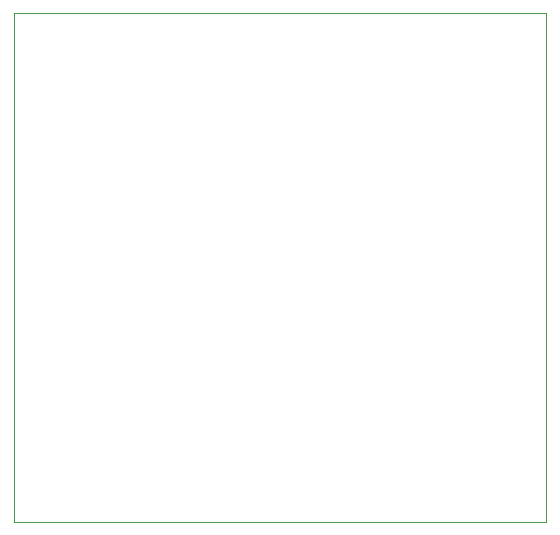
<source format=gko>
G04 (created by PCBNEW (2013-may-18)-stable) date sam 04 jun 2016 01:07:18 CEST*
%MOIN*%
G04 Gerber Fmt 3.4, Leading zero omitted, Abs format*
%FSLAX34Y34*%
G01*
G70*
G90*
G04 APERTURE LIST*
%ADD10C,0.00590551*%
%ADD11C,0.00393701*%
G04 APERTURE END LIST*
G54D10*
G54D11*
X14500Y-10450D02*
X32250Y-10450D01*
X14500Y-27400D02*
X14500Y-10450D01*
X32250Y-27400D02*
X14500Y-27400D01*
X32250Y-10450D02*
X32250Y-27400D01*
M02*

</source>
